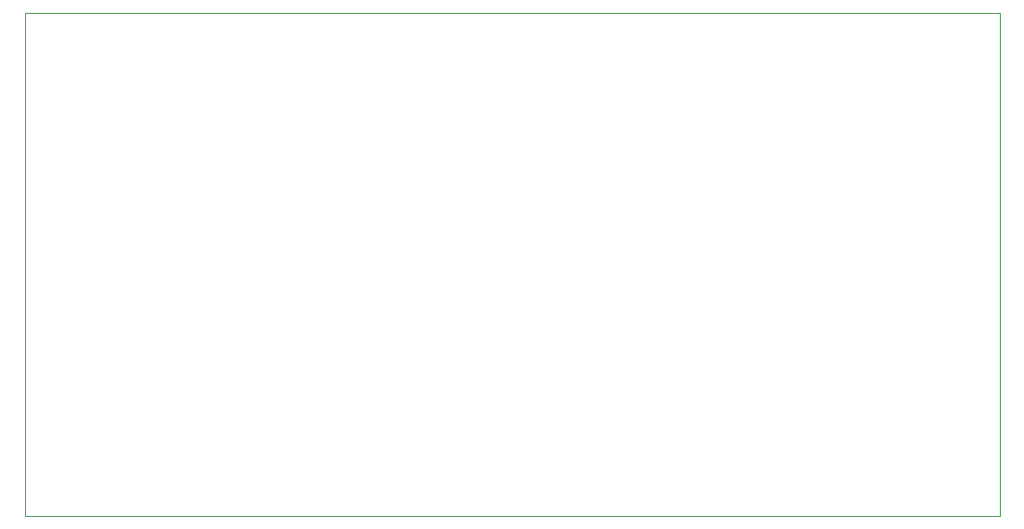
<source format=gm1>
G04 #@! TF.GenerationSoftware,KiCad,Pcbnew,(5.1.4)-1*
G04 #@! TF.CreationDate,2020-06-09T23:55:30+02:00*
G04 #@! TF.ProjectId,talkbox,74616c6b-626f-4782-9e6b-696361645f70,1.0*
G04 #@! TF.SameCoordinates,Original*
G04 #@! TF.FileFunction,Profile,NP*
%FSLAX46Y46*%
G04 Gerber Fmt 4.6, Leading zero omitted, Abs format (unit mm)*
G04 Created by KiCad (PCBNEW (5.1.4)-1) date 2020-06-09 23:55:30*
%MOMM*%
%LPD*%
G04 APERTURE LIST*
%ADD10C,0.050000*%
G04 APERTURE END LIST*
D10*
X83591400Y-73990200D02*
X172593000Y-73990200D01*
X83591400Y-119989600D02*
X83591400Y-73990200D01*
X172593000Y-119989600D02*
X83591400Y-119989600D01*
X172593000Y-73990200D02*
X172593000Y-119989600D01*
M02*

</source>
